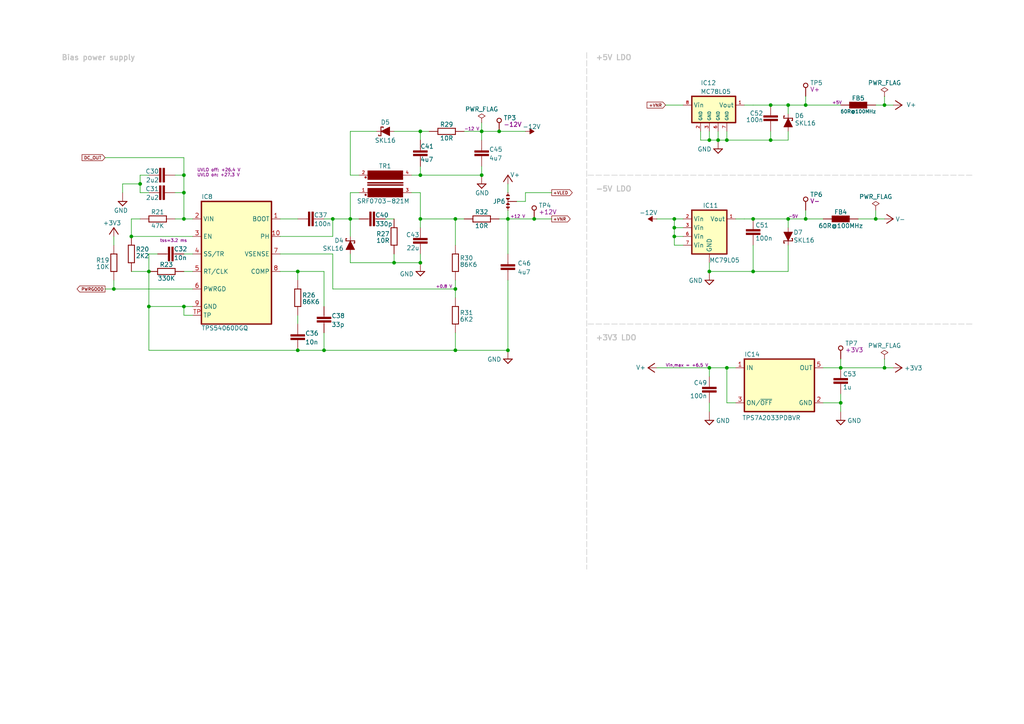
<source format=kicad_sch>
(kicad_sch (version 20250114) (generator "eeschema") (generator_version "9.0")
  (paper "A4")
  (title_block (title "${project_name}") (date "2025-11-22") (rev "${project_version}") (company "${project_creator}") (comment 1 "${project_license}") (comment 2 "${project_info}") (comment 3 "${project_url}"))
  (lib_symbols
    (symbol "PCM_EEZ_ICs:LM78LXX-SOIC8"
      (property "Reference" "IC" (at -5.08 3.175 0))
      (symbol "LM78LXX-SOIC8_1_0"
        (pin input line (at -10.16 0 0) (length 2.54) (name "Vin") (number "8"))
        (pin passive line (at -5.08 -7.62 90) (length 2.54) (name "GND") (number "2"))
        (pin passive line (at -2.54 -7.62 90) (length 2.54) (name "GND") (number "3"))
        (pin passive line (at 0 -7.62 90) (length 2.54) (name "GND") (number "6"))
        (pin passive line (at 2.54 -7.62 90) (length 2.54) (name "GND") (number "7"))
        (pin passive line (at 7.62 0 180) (length 2.54) (name "Vout") (number "1"))
        (pin no_connect line (at 7.62 -2.54 180) (length 2.54) (hide yes) (name "NC") (number "4"))
        (pin no_connect line (at 7.62 -5.08 180) (length 2.54) (hide yes) (name "NC") (number "5"))
      )
      (symbol "LM78LXX-SOIC8_1_1"
        (rectangle (start -7.62 2.54) (end 5.08 -5.08) (stroke (width 0.4064)) (fill (type background)))
      )
    )
    (symbol "PCM_EEZ_ICs:LM79LXX-SOIC8"
      (property "Reference" "IC" (at -5.08 3.175 0))
      (symbol "LM79LXX-SOIC8_1_0"
        (pin input line (at -7.62 0 0) (length 2.54) (name "Vin") (number "2"))
        (pin input line (at -7.62 -2.54 0) (length 2.54) (name "Vin") (number "3"))
        (pin input line (at -7.62 -5.08 0) (length 2.54) (name "Vin") (number "6"))
        (pin input line (at -7.62 -7.62 0) (length 2.54) (name "Vin") (number "7"))
        (pin passive line (at 0 -12.7 90) (length 2.54) (name "GND") (number "5"))
        (pin passive line (at 7.62 0 180) (length 2.54) (name "Vout") (number "1"))
        (pin no_connect line (at 7.62 -2.54 180) (length 2.54) (hide yes) (name "NC") (number "4"))
        (pin no_connect line (at 7.62 -5.08 180) (length 2.54) (hide yes) (name "NC") (number "8"))
      )
      (symbol "LM79LXX-SOIC8_1_1"
        (rectangle (start -5.08 2.54) (end 5.08 -10.16) (stroke (width 0.4064)) (fill (type background)))
      )
    )
    (symbol "PCM_EEZ_TI:LP5907"
      (property "Reference" "IC" (at -5.461 8.636 0))
      (symbol "LP5907_1_0"
        (rectangle (start -10.16 7.62) (end 10.16 -7.62) (stroke (width 0.4064)) (fill (type background)))
        (pin input line (at -12.7 5.08 0) (length 2.54) (name "IN") (number "1"))
        (pin input line (at -12.7 -5.08 0) (length 2.54) (name "ON/~{OFF}") (number "3"))
        (pin passive line (at 12.7 5.08 180) (length 2.54) (name "OUT") (number "5"))
        (pin no_connect line (at 12.7 2.54 180) (length 2.54) (hide yes) (name "NC") (number "4"))
        (pin passive line (at 12.7 -5.08 180) (length 2.54) (name "GND") (number "2"))
      )
    )
    (symbol "PCM_EEZ_TI:TPS54060DGQ"
      (property "Reference" "IC" (at -10.414 18.034 0))
      (property "Value" "TPS54060DGQ" (at -10.414 -19.812 0))
      (symbol "TPS54060DGQ_1_0"
        (rectangle (start -10.16 17.78) (end 10.16 -17.78) (stroke (width 0.4064)) (fill (type background)))
        (pin power_in line (at -12.7 12.7 0) (length 2.54) (name "VIN") (number "2"))
        (pin input line (at -12.7 7.62 0) (length 2.54) (name "EN") (number "3"))
        (pin input line (at -12.7 2.54 0) (length 2.54) (name "SS/TR") (number "4"))
        (pin input line (at -12.7 -2.54 0) (length 2.54) (name "RT/CLK") (number "5"))
        (pin output line (at -12.7 -7.62 0) (length 2.54) (name "PWRGD") (number "6"))
        (pin passive line (at -12.7 -12.7 0) (length 2.54) (name "GND") (number "9"))
        (pin passive line (at -12.7 -15.24 0) (length 2.54) (name "TP") (number "TP"))
        (pin output line (at 12.7 12.7 180) (length 2.54) (name "BOOT") (number "1"))
        (pin input line (at 12.7 7.62 180) (length 2.54) (name "PH") (number "10"))
        (pin input line (at 12.7 2.54 180) (length 2.54) (name "VSENSE") (number "7"))
        (pin output line (at 12.7 -2.54 180) (length 2.54) (name "COMP") (number "8"))
      )
    )
    (symbol "PCM_EEZ_discretes:DIODE_SCHOTTKY"
      (property "Reference" "D" (at -2.286 1.905 0))
      (symbol "DIODE_SCHOTTKY_1_0"
        (polyline (pts (xy 0.635 -1.016) (xy 0.635 -1.27)) (stroke (width 0.254)))
        (polyline (pts (xy 1.27 1.27) (xy 1.27 0)) (stroke (width 0.254)))
        (polyline (pts (xy 1.27 0) (xy 1.27 -1.27)) (stroke (width 0.254)))
        (polyline (pts (xy 1.27 -1.27) (xy 0.635 -1.27)) (stroke (width 0.254)))
        (polyline (pts (xy 1.905 1.27) (xy 1.27 1.27)) (stroke (width 0.254)))
        (polyline (pts (xy 1.905 1.27) (xy 1.905 1.016)) (stroke (width 0.254)))
        (pin passive line (at -2.54 0 0) (length 2.54) (name "A") (number "A"))
        (pin passive line (at 2.54 0 180) (length 2.54) (name "C") (number "C"))
      )
      (symbol "DIODE_SCHOTTKY_1_1"
        (polyline (pts (xy 1.27 0) (xy -1.27 -1.27) (xy -1.27 1.27) (xy 1.27 0)) (fill (type outline)))
      )
    )
    (symbol "PCM_EEZ_passives:C-EU"
      (property "Reference" "C" (at 1.27 0.635 0))
      (symbol "C-EU_1_0"
        (rectangle (start -2.032 -0.508) (end 2.032 -1.016) (fill (type outline)))
        (rectangle (start -2.032 -2.032) (end 2.032 -1.524) (fill (type outline)))
        (polyline (pts (xy 0 0) (xy 0 -0.508)) (stroke (width 0.1524)))
        (polyline (pts (xy 0 -2.54) (xy 0 -2.032)) (stroke (width 0.1524)))
        (pin passive line (at 0 2.54 270) (length 2.54) (name "1") (number "1"))
        (pin passive line (at 0 -5.08 90) (length 2.54) (name "2") (number "2"))
      )
    )
    (symbol "PCM_EEZ_passives:L_EU"
      (property "Reference" "L" (at 0 1.27 0))
      (property "Value" "~" (at 0 -1.27 0))
      (symbol "L_EU_1_0"
        (rectangle (start -2.54 0.889) (end 2.54 -0.889) (fill (type outline)))
        (pin passive line (at -5.08 0 0) (length 2.54) (name "1") (number "1"))
        (pin passive line (at 5.08 0 180) (length 2.54) (name "2") (number "2"))
      )
    )
    (symbol "PCM_EEZ_passives:L_EU_SRF0703"
      (property "Reference" "L" (at 2.54 1.6891 0))
      (symbol "L_EU_SRF0703_1_0"
        (rectangle (start 2.54 -1.27) (end 12.7 1.27) (fill (type outline)))
        (polyline (pts (xy 2.54 -2.2225) (xy 12.7 -2.2225)) (stroke (width 0.4064)))
        (polyline (pts (xy 12.7 -2.8575) (xy 2.54 -2.8575)) (stroke (width 0.4064)))
        (rectangle (start 12.7 -3.81) (end 2.54 -6.35) (fill (type outline)))
        (pin passive line (at 0 0 0) (length 2.54) (name "1") (number "1"))
        (pin passive line (at 0 -5.08 0) (length 2.54) (name "2") (number "2"))
        (pin passive line (at 15.24 0 180) (length 2.54) (name "3") (number "3"))
        (pin passive line (at 15.24 -5.08 180) (length 2.54) (name "4") (number "4"))
      )
      (symbol "L_EU_SRF0703_1_1"
        (circle (center 1.905 0.635) (radius 0.2342) (fill (type outline)))
        (circle (center 1.905 -4.445) (radius 0.2342) (fill (type outline)))
      )
    )
    (symbol "PCM_EEZ_passives:R-EU"
      (property "Reference" "R" (at -1.905 -1.905 90))
      (symbol "R-EU_1_0"
        (polyline (pts (xy -0.889 2.54) (xy -0.889 -2.54)) (stroke (width 0.254)))
        (polyline (pts (xy 0.889 2.54) (xy -0.889 2.54)) (stroke (width 0.254)))
        (polyline (pts (xy 0.889 -2.54) (xy -0.889 -2.54)) (stroke (width 0.254)))
        (polyline (pts (xy 0.889 -2.54) (xy 0.889 2.54)) (stroke (width 0.254)))
        (pin passive line (at 0 5.08 270) (length 2.54) (name "2") (number "2"))
        (pin passive line (at 0 -5.08 90) (length 2.54) (name "1") (number "1"))
      )
    )
    (symbol "PCM_EEZ_symbols:+3V3" (power)
      (property "Value" "+3V3" (at 0 0.635 0))
      (symbol "+3V3_1_0"
        (polyline (pts (xy 0 0) (xy -1.27 -1.905)) (stroke (width 0.254)))
        (polyline (pts (xy 1.27 -1.905) (xy 0 0)) (stroke (width 0.254)))
        (pin power_in line (at 0 -2.54 90) (length 2.54) (name "+3V3") (number "1"))
      )
    )
    (symbol "PCM_EEZ_symbols:GND" (power)
      (property "Value" "GND" (at 0 -1.905 0))
      (symbol "GND_1_0"
        (polyline (pts (xy -1.27 0) (xy 1.27 0)) (stroke (width 0.254)))
        (polyline (pts (xy 0 -1.27) (xy -1.27 0)) (stroke (width 0.254)))
        (polyline (pts (xy 1.27 0) (xy 0 -1.27)) (stroke (width 0.254)))
        (pin power_in line (at 0 2.54 270) (length 2.54) (name "GND") (number "1"))
      )
    )
    (symbol "PCM_EEZ_symbols:V+" (power)
      (property "Value" "V+" (at -1.27 1.27 0))
      (symbol "V+_1_0"
        (polyline (pts (xy 0 0) (xy -1.27 -1.905)) (stroke (width 0.254)))
        (polyline (pts (xy 1.27 -1.905) (xy 0 0)) (stroke (width 0.254)))
        (pin power_in line (at 0 -2.54 90) (length 2.54) (name "V+") (number "1"))
      )
    )
    (symbol "PCM_EEZ_symbols:V-" (power)
      (property "Value" "V-" (at -1.27 -2.54 0))
      (symbol "V-_1_0"
        (polyline (pts (xy -1.27 1.905) (xy 0 0)) (stroke (width 0.254)))
        (polyline (pts (xy 0 0) (xy 1.27 1.905)) (stroke (width 0.254)))
        (pin power_in line (at 0 2.54 270) (length 2.54) (name "V-") (number "1"))
      )
    )
    (symbol "PCM_EEZ_unsorted:JP3 shorted" (in_bom no)
      (property "Reference" "JP" (at -3.81 3.175 0))
      (symbol "JP3 shorted_1_0"
        (polyline (pts (xy 0 2.54) (xy 0 1.778)) (stroke (width 0.1524)))
        (arc (start -0.508 1.524) (mid 0 2.0298) (end 0.508 1.524) (stroke (width 0.0001)) (fill (type outline)))
        (arc (start 0 0.508) (mid -0.3592 0.6568) (end -0.508 1.016) (stroke (width 0.0001)) (fill (type outline)))
        (arc (start 0.508 1.016) (mid 0.3592 0.6568) (end 0 0.508) (stroke (width 0.0001)) (fill (type outline)))
        (arc (start -0.508 -1.016) (mid 0 -0.5102) (end 0.508 -1.016) (stroke (width 0.0001)) (fill (type outline)))
        (arc (start 0 -2.032) (mid -0.3592 -1.8832) (end -0.508 -1.524) (stroke (width 0.0001)) (fill (type outline)))
        (arc (start 0.508 -1.524) (mid 0.3592 -1.8832) (end 0 -2.032) (stroke (width 0.0001)) (fill (type outline)))
        (polyline (pts (xy 0 -1.778) (xy 0 0.762)) (stroke (width 0.1524)))
        (polyline (pts (xy 0 -2.54) (xy 0 -1.778)) (stroke (width 0.1524)))
        (pin passive line (at 0 2.54 180) (length 0) (name "NO") (number "NO"))
        (pin passive line (at 0 -2.54 180) (length 0) (name "NC") (number "NC"))
        (pin passive line (at 2.54 0 180) (length 2.54) (name "COM") (number "COM"))
      )
    )
    (symbol "PCM_EEZ_unsorted:PCB test point" (in_bom no)
      (property "Reference" "TP" (at 0 1.016 0))
      (symbol "PCB test point_1_0"
        (polyline (pts (xy 0 0) (xy -2.54 0)) (stroke (width 0.254)))
        (circle (center 0.635 0) (radius 0.635) (stroke (width 0.254)))
        (pin passive line (at -2.54 0 0) (length 0) (name "P$1") (number "1"))
      )
    )
    (symbol "R-EU_3"
      (property "Reference" "R" (at -1.905 -1.905 90))
      (symbol "R-EU_3_1_0"
        (polyline (pts (xy -0.889 2.54) (xy -0.889 -2.54)) (stroke (width 0.254)))
        (polyline (pts (xy 0.889 2.54) (xy -0.889 2.54)) (stroke (width 0.254)))
        (polyline (pts (xy 0.889 -2.54) (xy -0.889 -2.54)) (stroke (width 0.254)))
        (polyline (pts (xy 0.889 -2.54) (xy 0.889 2.54)) (stroke (width 0.254)))
        (pin passive line (at 0 5.08 270) (length 2.54) (name "2") (number "2"))
        (pin passive line (at 0 -5.08 90) (length 2.54) (name "1") (number "1"))
      )
    )
    (symbol "R-EU_6"
      (property "Reference" "R" (at -1.905 -1.905 90))
      (symbol "R-EU_6_1_0"
        (polyline (pts (xy -0.889 2.54) (xy -0.889 -2.54)) (stroke (width 0.254)))
        (polyline (pts (xy 0.889 2.54) (xy -0.889 2.54)) (stroke (width 0.254)))
        (polyline (pts (xy 0.889 -2.54) (xy -0.889 -2.54)) (stroke (width 0.254)))
        (polyline (pts (xy 0.889 -2.54) (xy 0.889 2.54)) (stroke (width 0.254)))
        (pin passive line (at 0 5.08 270) (length 2.54) (name "2") (number "2"))
        (pin passive line (at 0 -5.08 90) (length 2.54) (name "1") (number "1"))
      )
    )
    (symbol "R-EU_9"
      (property "Reference" "R" (at -1.905 -1.905 90))
      (symbol "R-EU_9_1_0"
        (polyline (pts (xy -0.889 2.54) (xy -0.889 -2.54)) (stroke (width 0.254)))
        (polyline (pts (xy 0.889 2.54) (xy -0.889 2.54)) (stroke (width 0.254)))
        (polyline (pts (xy 0.889 -2.54) (xy -0.889 -2.54)) (stroke (width 0.254)))
        (polyline (pts (xy 0.889 -2.54) (xy 0.889 2.54)) (stroke (width 0.254)))
        (pin passive line (at 0 5.08 270) (length 2.54) (name "2") (number "2"))
        (pin passive line (at 0 -5.08 90) (length 2.54) (name "1") (number "1"))
      )
    )
    (symbol "power:-12V" (power) (pin_numbers (hide yes)) (pin_names (offset 0) (hide yes))
      (property "Value" "-12V" (at 0 3.556 0))
      (symbol "-12V_0_0"
        (pin power_in line (at 0 0 90) (length 0) (name "~") (number "1"))
      )
      (symbol "-12V_0_1"
        (polyline (pts (xy 0 0) (xy 0 1.27) (xy 0.762 1.27) (xy 0 2.54) (xy -0.762 1.27) (xy 0 1.27)) (fill (type outline)))
      )
    )
    (symbol "power:PWR_FLAG" (power) (pin_numbers (hide yes)) (pin_names (offset 0) (hide yes))
      (property "Value" "PWR_FLAG" (at 0 3.81 0))
      (symbol "PWR_FLAG_0_0"
        (pin power_out line (at 0 0 90) (length 0) (name "~") (number "1"))
      )
      (symbol "PWR_FLAG_0_1"
        (polyline (pts (xy 0 0) (xy 0 1.27) (xy -1.016 1.905) (xy 0 2.54) (xy 1.016 1.905) (xy 0 1.27)))
      )
    )
  )
  (text "+5V" (at 241.3 30.48 0) (effects (font (size 0.889 0.889)) (justify left bottom)))
  (text "UVLO off: +26.4 V\nUVLO on: +27.3 V" (at 57.15 51.435 0) (effects (font (size 0.889 0.889)) (justify left bottom)))
  (text "Vin,max = +6.5 V" (at 193.04 106.68 0) (effects (font (size 0.889 0.889)) (justify left bottom)))
  (text "+5V LDO" (at 172.72 17.78 0) (effects (font (size 1.524 1.524) (thickness 0.3048) (bold yes)) (justify left bottom)))
  (text "Bias power supply" (at 17.78 17.78 0) (effects (font (size 1.524 1.524) (thickness 0.3048) (bold yes)) (justify left bottom)))
  (text "-5V LDO" (at 172.72 55.88 0) (effects (font (size 1.524 1.524) (thickness 0.3048) (bold yes)) (justify left bottom)))
  (text "+0.8 V" (at 126.365 83.82 0) (effects (font (size 0.889 0.889)) (justify left bottom)))
  (text "+3V3 LDO" (at 172.72 99.06 0) (effects (font (size 1.524 1.524) (thickness 0.3048) (bold yes)) (justify left bottom)))
  (text "-5V" (at 228.6 63.5 0) (effects (font (size 0.889 0.889)) (justify left bottom)))
  (text "-12 V" (at 134.62 38.1 0) (effects (font (size 0.889 0.889)) (justify left bottom)))
  (text "tss=3.2 ms" (at 46.355 70.485 0) (effects (font (size 0.889 0.889)) (justify left bottom)))
  (text "+12 V" (at 147.955 63.5 0) (effects (font (size 0.889 0.889)) (justify left bottom)))
  (junction (at 53.34 50.8))
  (junction (at 53.34 88.9))
  (junction (at 205.74 40.64))
  (junction (at 40.64 53.34))
  (junction (at 139.7 50.8))
  (junction (at 121.92 38.1))
  (junction (at 96.52 63.5))
  (junction (at 86.36 101.6))
  (junction (at 43.18 88.9))
  (junction (at 228.6 63.5))
  (junction (at 223.52 40.64))
  (junction (at 132.08 63.5))
  (junction (at 218.44 78.74))
  (junction (at 195.58 66.04))
  (junction (at 205.74 106.68))
  (junction (at 114.3 76.2))
  (junction (at 243.84 106.68))
  (junction (at 33.02 83.82))
  (junction (at 228.6 30.48))
  (junction (at 233.68 30.48))
  (junction (at 223.52 30.48))
  (junction (at 121.92 76.2))
  (junction (at 121.92 50.8))
  (junction (at 208.28 40.64))
  (junction (at 38.1 68.58))
  (junction (at 147.32 63.5))
  (junction (at 254 63.5))
  (junction (at 154.94 63.5))
  (junction (at 144.78 38.1))
  (junction (at 121.92 63.5))
  (junction (at 218.44 63.5))
  (junction (at 147.32 101.6))
  (junction (at 101.6 63.5))
  (junction (at 210.82 40.64))
  (junction (at 132.08 83.82))
  (junction (at 53.34 63.5))
  (junction (at 139.7 38.1))
  (junction (at 233.68 63.5))
  (junction (at 205.74 78.74))
  (junction (at 210.82 106.68))
  (junction (at 132.08 101.6))
  (junction (at 256.54 106.68))
  (junction (at 195.58 68.58))
  (junction (at 256.54 30.48))
  (junction (at 86.36 78.74))
  (junction (at 243.84 116.84))
  (junction (at 53.34 55.88))
  (junction (at 43.18 78.74))
  (junction (at 195.58 63.5))
  (junction (at 93.98 101.6))
  (wire (pts (xy 228.6 78.74) (xy 228.6 71.12)) (stroke (width 0.1524)))
  (wire (pts (xy 53.34 63.5) (xy 55.88 63.5)) (stroke (width 0.1524)))
  (wire (pts (xy 33.02 81.28) (xy 33.02 83.82)) (stroke (width 0.1524)))
  (wire (pts (xy 40.64 53.34) (xy 40.64 55.88)) (stroke (width 0.1524)))
  (wire (pts (xy 139.7 38.1) (xy 144.78 38.1)) (stroke (width 0.1524)))
  (wire (pts (xy 254 30.48) (xy 256.54 30.48)) (stroke (width 0.1524)))
  (wire (pts (xy 132.08 83.82) (xy 132.08 81.28)) (stroke (width 0.1524)))
  (wire (pts (xy 228.6 30.48) (xy 228.6 33.02)) (stroke (width 0.1524)))
  (wire (pts (xy 35.56 53.34) (xy 35.56 55.88)) (stroke (width 0.1524)))
  (wire (pts (xy 254 63.5) (xy 256.54 63.5)) (stroke (width 0.1524)))
  (wire (pts (xy 205.74 38.1) (xy 205.74 40.64)))
  (wire (pts (xy 53.34 73.66) (xy 55.88 73.66)) (stroke (width 0.1524)))
  (wire (pts (xy 147.32 63.5) (xy 147.32 73.66)) (stroke (width 0.1524)))
  (wire (pts (xy 248.92 63.5) (xy 254 63.5)) (stroke (width 0.1524)))
  (wire (pts (xy 114.3 76.2) (xy 101.6 76.2)) (stroke (width 0.1524)))
  (wire (pts (xy 33.02 83.82) (xy 55.88 83.82)))
  (wire (pts (xy 55.88 91.44) (xy 53.34 91.44)) (stroke (width 0.1524)))
  (wire (pts (xy 223.52 40.64) (xy 223.52 38.1)) (stroke (width 0.1524)))
  (wire (pts (xy 190.5 106.68) (xy 205.74 106.68)))
  (wire (pts (xy 53.34 50.8) (xy 53.34 55.88)) (stroke (width 0.1524)))
  (wire (pts (xy 205.74 106.68) (xy 205.74 109.22)))
  (wire (pts (xy 198.12 66.04) (xy 195.58 66.04)))
  (wire (pts (xy 121.92 76.2) (xy 114.3 76.2)) (stroke (width 0.1524)))
  (wire (pts (xy 53.34 78.74) (xy 55.88 78.74)) (stroke (width 0.1524)))
  (wire (pts (xy 114.3 73.66) (xy 114.3 76.2)) (stroke (width 0.1524)))
  (wire (pts (xy 114.3 63.5) (xy 111.76 63.5)) (stroke (width 0.1524)))
  (wire (pts (xy 218.44 78.74) (xy 228.6 78.74)) (stroke (width 0.1524)))
  (polyline (pts (xy 281.94 93.98) (xy 170.18 93.98)) (stroke (width 0.1524) (type dash) (color 194 194 194 1)))
  (wire (pts (xy 43.18 78.74) (xy 43.18 73.66)) (stroke (width 0.1524)))
  (wire (pts (xy 205.74 78.74) (xy 205.74 76.2)) (stroke (width 0.1524)))
  (wire (pts (xy 256.54 106.68) (xy 259.08 106.68)))
  (wire (pts (xy 43.18 101.6) (xy 43.18 88.9)) (stroke (width 0.1524)))
  (wire (pts (xy 233.68 63.5) (xy 228.6 63.5)) (stroke (width 0.1524)))
  (wire (pts (xy 50.8 63.5) (xy 53.34 63.5)) (stroke (width 0.1524)))
  (wire (pts (xy 228.6 30.48) (xy 233.68 30.48)) (stroke (width 0.1524)))
  (wire (pts (xy 139.7 38.1) (xy 134.62 38.1)) (stroke (width 0.1524)))
  (wire (pts (xy 228.6 63.5) (xy 218.44 63.5)) (stroke (width 0.1524)))
  (wire (pts (xy 45.72 73.66) (xy 43.18 73.66)) (stroke (width 0.1524)))
  (wire (pts (xy 233.68 63.5) (xy 233.68 60.96)) (stroke (width 0.1524)))
  (wire (pts (xy 198.12 68.58) (xy 195.58 68.58)))
  (wire (pts (xy 86.36 63.5) (xy 81.28 63.5)) (stroke (width 0.1524)))
  (wire (pts (xy 33.02 71.12) (xy 33.02 68.58)) (stroke (width 0.1524)))
  (wire (pts (xy 53.34 55.88) (xy 53.34 63.5)) (stroke (width 0.1524)))
  (wire (pts (xy 154.94 63.5) (xy 147.32 63.5)) (stroke (width 0.1524)))
  (wire (pts (xy 147.32 60.96) (xy 147.32 63.5)))
  (wire (pts (xy 233.68 27.94) (xy 233.68 30.48)) (stroke (width 0.1524)))
  (wire (pts (xy 119.38 55.88) (xy 121.92 55.88)) (stroke (width 0.1524)))
  (wire (pts (xy 81.28 68.58) (xy 96.52 68.58)) (stroke (width 0.1524)))
  (wire (pts (xy 193.04 30.48) (xy 198.12 30.48)))
  (wire (pts (xy 243.84 116.84) (xy 243.84 119.38)))
  (wire (pts (xy 93.98 96.52) (xy 93.98 101.6)) (stroke (width 0.1524)))
  (wire (pts (xy 86.36 93.98) (xy 86.36 91.44)) (stroke (width 0.1524)))
  (wire (pts (xy 218.44 30.48) (xy 223.52 30.48)) (stroke (width 0.1524)))
  (wire (pts (xy 114.3 38.1) (xy 121.92 38.1)) (stroke (width 0.1524)))
  (wire (pts (xy 205.74 106.68) (xy 210.82 106.68)))
  (wire (pts (xy 132.08 71.12) (xy 132.08 63.5)) (stroke (width 0.1524)))
  (wire (pts (xy 132.08 101.6) (xy 132.08 96.52)) (stroke (width 0.1524)))
  (wire (pts (xy 205.74 116.84) (xy 205.74 119.38)))
  (wire (pts (xy 30.48 83.82) (xy 33.02 83.82)) (stroke (width 0.1524)))
  (wire (pts (xy 218.44 63.5) (xy 215.9 63.5)) (stroke (width 0.1524)))
  (wire (pts (xy 233.68 30.48) (xy 243.84 30.48)) (stroke (width 0.1524)))
  (wire (pts (xy 152.4 58.42) (xy 149.86 58.42)))
  (wire (pts (xy 86.36 81.28) (xy 86.36 78.74)) (stroke (width 0.1524)))
  (wire (pts (xy 205.74 78.74) (xy 218.44 78.74)) (stroke (width 0.1524)))
  (wire (pts (xy 198.12 71.12) (xy 195.58 71.12)))
  (wire (pts (xy 86.36 101.6) (xy 43.18 101.6)) (stroke (width 0.1524)))
  (wire (pts (xy 53.34 88.9) (xy 43.18 88.9)) (stroke (width 0.1524)))
  (wire (pts (xy 223.52 30.48) (xy 228.6 30.48)) (stroke (width 0.1524)))
  (wire (pts (xy 101.6 38.1) (xy 109.22 38.1)) (stroke (width 0.1524)))
  (wire (pts (xy 96.52 63.5) (xy 93.98 63.5)) (stroke (width 0.1524)))
  (wire (pts (xy 55.88 68.58) (xy 38.1 68.58)) (stroke (width 0.1524)))
  (polyline (pts (xy 170.18 15.24) (xy 170.18 165.1)) (stroke (width 0.1524) (type dash) (color 194 194 194 1)))
  (wire (pts (xy 93.98 101.6) (xy 86.36 101.6)) (stroke (width 0.1524)))
  (wire (pts (xy 81.28 73.66) (xy 96.52 73.66)) (stroke (width 0.1524)))
  (wire (pts (xy 93.98 78.74) (xy 93.98 88.9)) (stroke (width 0.1524)))
  (wire (pts (xy 121.92 38.1) (xy 124.46 38.1)) (stroke (width 0.1524)))
  (wire (pts (xy 139.7 35.56) (xy 139.7 38.1)))
  (wire (pts (xy 203.2 40.64) (xy 205.74 40.64)))
  (wire (pts (xy 152.4 38.1) (xy 144.78 38.1)) (stroke (width 0.1524)))
  (wire (pts (xy 147.32 101.6) (xy 147.32 81.28)) (stroke (width 0.1524)))
  (wire (pts (xy 40.64 53.34) (xy 35.56 53.34)) (stroke (width 0.1524)))
  (wire (pts (xy 101.6 68.58) (xy 101.6 63.5)) (stroke (width 0.1524)))
  (wire (pts (xy 38.1 78.74) (xy 43.18 78.74)) (stroke (width 0.1524)))
  (wire (pts (xy 254 60.96) (xy 254 63.5)))
  (wire (pts (xy 121.92 50.8) (xy 121.92 48.26)) (stroke (width 0.1524)))
  (wire (pts (xy 53.34 45.72) (xy 30.48 45.72)) (stroke (width 0.1524)))
  (wire (pts (xy 96.52 73.66) (xy 96.52 83.82)) (stroke (width 0.1524)))
  (wire (pts (xy 50.8 50.8) (xy 53.34 50.8)) (stroke (width 0.1524)))
  (wire (pts (xy 205.74 40.64) (xy 208.28 40.64)))
  (wire (pts (xy 223.52 40.64) (xy 210.82 40.64)) (stroke (width 0.1524)))
  (wire (pts (xy 38.1 68.58) (xy 38.1 63.5)) (stroke (width 0.1524)))
  (polyline (pts (xy 281.94 50.8) (xy 170.18 50.8)) (stroke (width 0.1524) (type dash) (color 194 194 194 1)))
  (wire (pts (xy 121.92 63.5) (xy 121.92 55.88)) (stroke (width 0.1524)))
  (wire (pts (xy 147.32 53.34) (xy 147.32 55.88)))
  (wire (pts (xy 144.78 63.5) (xy 147.32 63.5)) (stroke (width 0.1524)))
  (wire (pts (xy 256.54 30.48) (xy 259.08 30.48)) (stroke (width 0.1524)))
  (wire (pts (xy 132.08 83.82) (xy 132.08 86.36)) (stroke (width 0.1524)))
  (wire (pts (xy 81.28 78.74) (xy 86.36 78.74)) (stroke (width 0.1524)))
  (wire (pts (xy 256.54 104.14) (xy 256.54 106.68)))
  (wire (pts (xy 101.6 63.5) (xy 101.6 55.88)) (stroke (width 0.1524)))
  (wire (pts (xy 238.76 106.68) (xy 243.84 106.68)))
  (wire (pts (xy 243.84 104.14) (xy 243.84 106.68)))
  (wire (pts (xy 210.82 116.84) (xy 213.36 116.84)))
  (wire (pts (xy 190.5 63.5) (xy 195.58 63.5)) (stroke (width 0.1524)))
  (wire (pts (xy 50.8 55.88) (xy 53.34 55.88)) (stroke (width 0.1524)))
  (wire (pts (xy 160.02 63.5) (xy 154.94 63.5)) (stroke (width 0.1524)))
  (wire (pts (xy 104.14 50.8) (xy 101.6 50.8)) (stroke (width 0.1524)))
  (wire (pts (xy 101.6 63.5) (xy 104.14 63.5)) (stroke (width 0.1524)))
  (wire (pts (xy 195.58 66.04) (xy 195.58 68.58)))
  (wire (pts (xy 53.34 88.9) (xy 53.34 91.44)) (stroke (width 0.1524)))
  (wire (pts (xy 53.34 50.8) (xy 53.34 45.72)) (stroke (width 0.1524)))
  (wire (pts (xy 101.6 55.88) (xy 104.14 55.88)) (stroke (width 0.1524)))
  (wire (pts (xy 228.6 38.1) (xy 228.6 40.64)) (stroke (width 0.1524)))
  (wire (pts (xy 243.84 106.68) (xy 256.54 106.68)))
  (wire (pts (xy 38.1 63.5) (xy 40.64 63.5)) (stroke (width 0.1524)))
  (wire (pts (xy 210.82 106.68) (xy 213.36 106.68)))
  (wire (pts (xy 40.64 50.8) (xy 40.64 53.34)) (stroke (width 0.1524)))
  (wire (pts (xy 43.18 88.9) (xy 43.18 78.74)) (stroke (width 0.1524)))
  (wire (pts (xy 55.88 88.9) (xy 53.34 88.9)) (stroke (width 0.1524)))
  (wire (pts (xy 218.44 71.12) (xy 218.44 78.74)) (stroke (width 0.1524)))
  (wire (pts (xy 210.82 40.64) (xy 208.28 40.64)) (stroke (width 0.1524)))
  (wire (pts (xy 93.98 101.6) (xy 132.08 101.6)) (stroke (width 0.1524)))
  (wire (pts (xy 256.54 27.94) (xy 256.54 30.48)))
  (wire (pts (xy 210.82 38.1) (xy 210.82 40.64)))
  (wire (pts (xy 101.6 50.8) (xy 101.6 38.1)) (stroke (width 0.1524)))
  (wire (pts (xy 139.7 50.8) (xy 139.7 48.26)) (stroke (width 0.1524)))
  (wire (pts (xy 195.58 63.5) (xy 195.58 66.04)))
  (wire (pts (xy 121.92 73.66) (xy 121.92 76.2)) (stroke (width 0.1524)))
  (wire (pts (xy 132.08 63.5) (xy 134.62 63.5)) (stroke (width 0.1524)))
  (wire (pts (xy 243.84 114.3) (xy 243.84 116.84)))
  (wire (pts (xy 228.6 40.64) (xy 223.52 40.64)) (stroke (width 0.1524)))
  (wire (pts (xy 121.92 40.64) (xy 121.92 38.1)) (stroke (width 0.1524)))
  (wire (pts (xy 213.36 63.5) (xy 215.9 63.5)))
  (wire (pts (xy 210.82 106.68) (xy 210.82 116.84)))
  (wire (pts (xy 195.58 71.12) (xy 195.58 68.58)))
  (wire (pts (xy 152.4 55.88) (xy 152.4 58.42)))
  (wire (pts (xy 132.08 101.6) (xy 147.32 101.6)) (stroke (width 0.1524)))
  (wire (pts (xy 238.76 116.84) (xy 243.84 116.84)))
  (wire (pts (xy 208.28 40.64) (xy 208.28 38.1)) (stroke (width 0.1524)))
  (wire (pts (xy 195.58 63.5) (xy 198.12 63.5)) (stroke (width 0.1524)))
  (wire (pts (xy 121.92 63.5) (xy 121.92 66.04)) (stroke (width 0.1524)))
  (wire (pts (xy 96.52 68.58) (xy 96.52 63.5)) (stroke (width 0.1524)))
  (wire (pts (xy 152.4 55.88) (xy 160.02 55.88)))
  (wire (pts (xy 119.38 50.8) (xy 121.92 50.8)) (stroke (width 0.1524)))
  (wire (pts (xy 43.18 50.8) (xy 40.64 50.8)) (stroke (width 0.1524)))
  (wire (pts (xy 228.6 66.04) (xy 228.6 63.5)) (stroke (width 0.1524)))
  (wire (pts (xy 215.9 30.48) (xy 218.44 30.48)))
  (wire (pts (xy 96.52 83.82) (xy 132.08 83.82)) (stroke (width 0.1524)))
  (wire (pts (xy 96.52 63.5) (xy 101.6 63.5)) (stroke (width 0.1524)))
  (wire (pts (xy 121.92 50.8) (xy 139.7 50.8)) (stroke (width 0.1524)))
  (wire (pts (xy 86.36 78.74) (xy 93.98 78.74)) (stroke (width 0.1524)))
  (wire (pts (xy 203.2 38.1) (xy 203.2 40.64)))
  (wire (pts (xy 132.08 63.5) (xy 121.92 63.5)) (stroke (width 0.1524)))
  (wire (pts (xy 101.6 76.2) (xy 101.6 73.66)) (stroke (width 0.1524)))
  (wire (pts (xy 40.64 55.88) (xy 43.18 55.88)) (stroke (width 0.1524)))
  (wire (pts (xy 139.7 40.64) (xy 139.7 38.1)) (stroke (width 0.1524)))
  (wire (pts (xy 238.76 63.5) (xy 233.68 63.5)) (stroke (width 0.1524)))
  (global_label "+VLED" (shape output) (at 160.02 55.88 0) (effects (font (size 0.889 0.889))) (property "Intersheetrefs" "${INTERSHEET_REFS}" (effects (hide yes))))
  (global_label "PWRGOOD" (shape output) (at 30.48 83.82 180) (effects (font (size 0.889 0.889))) (property "Intersheetrefs" "${INTERSHEET_REFS}" (effects (hide yes))))
  (global_label "+VNR" (shape output) (at 160.02 63.5 0) (effects (font (size 0.889 0.889))) (property "Intersheetrefs" "${INTERSHEET_REFS}" (effects (hide yes))))
  (global_label "+VNR" (shape input) (at 193.04 30.48 180) (effects (font (size 0.889 0.889))) (property "Intersheetrefs" "${INTERSHEET_REFS}" (effects (hide yes))))
  (global_label "DC_OUT" (shape input) (at 30.48 45.72 180) (effects (font (size 0.889 0.889))) (property "Intersheetrefs" "${INTERSHEET_REFS}" (effects (hide yes))))
  (symbol (lib_id "PCM_EEZ_symbols:GND") (at 139.7 53.34 0) (mirror y) (unit 1)
    (property "Reference" "#SUPPLY020" (effects (hide yes)))
    (property "Value" "GND" (at 137.795 55.245 0) (effects (justify right top)))
  )
  (symbol (lib_id "PCM_EEZ_passives:C-EU") (at 50.8 73.66 270) (mirror x) (unit 1)
    (property "Reference" "C32" (at 50.419 71.501 90) (effects (justify left bottom)))
    (property "Value" "10n" (at 50.419 74.041 90) (effects (justify left bottom)))
    (property "Footprint" "PCM_EEZ_passives:C_0805_2012Metric" (effects (hide yes)))
    (property "DigiKey" "490-7194-1-ND " (effects (hide yes)))
    (property "Mouser" "710-885012207122" (effects (hide yes)))
    (property "TME" "CC0805KRX7R9103" (effects (hide yes)))
  )
  (symbol (lib_id "PCM_EEZ_passives:C-EU") (at 243.84 111.76 0) (mirror x) (unit 1)
    (property "Reference" "C53" (at 244.475 109.22 0) (effects (justify left top)))
    (property "Value" "1u" (at 244.475 113.03 0) (effects (justify left top)))
    (property "Footprint" "PCM_EEZ_passives:C_0805_2012Metric" (effects (hide yes)))
    (property "DigiKey" "587-1283-1-ND" (effects (hide yes)))
    (property "Mouser" "603-CC805MKX7R7BB105" (effects (hide yes)))
    (property "TME" "CL21B105KOFNNNE" (effects (hide yes)))
  )
  (symbol (lib_id "PCM_EEZ_passives:C-EU") (at 106.68 63.5 90) (unit 1)
    (property "Reference" "C40" (at 108.839 63.119 90) (effects (justify right top)))
    (property "Value" "330p" (at 108.839 65.659 90) (effects (justify right top)))
    (property "Footprint" "PCM_EEZ_passives:C_0805_2012Metric" (effects (hide yes)))
    (property "DigiKey" "1276-1189-1-ND " (effects (hide yes)))
    (property "Mouser" "80-C0805C331J5G" (effects (hide yes)))
    (property "TME" "CL21C331JBANNNC" (effects (hide yes)))
  )
  (symbol (lib_id "PCM_EEZ_TI:TPS54060DGQ") (at 68.58 76.2 0) (unit 1)
    (property "Reference" "IC8" (at 58.42 57.785 0) (effects (justify left bottom)))
    (property "Value" "TPS54060DGQ" (at 58.42 95.885 0) (effects (justify left bottom)))
    (property "Footprint" "PCM_EEZ_SMD:SOP50P490X110-11N" (effects (hide yes)))
    (property "Description" "0.5 A, 60 V Step-Down DC–DC Converter With Eco-Mode™" (effects (hide yes)))
    (property "DigiKey" "296-37148-1-ND" (effects (hide yes)))
    (property "Mouser" "TPS54060ADGQR" (effects (hide yes)))
    (property "TME" "-" (effects (hide yes)))
    (property "LCSC" "C12382" (effects (hide yes)))
  )
  (symbol (lib_id "power:PWR_FLAG") (at 139.7 35.56 0) (unit 1)
    (property "Reference" "#FLG08" (effects (hide yes)))
    (property "Value" "PWR_FLAG" (at 139.7 32.385 0) (effects (justify bottom)))
  )
  (symbol (lib_id "PCM_EEZ_symbols:GND") (at 121.92 78.74 0) (unit 1)
    (property "Reference" "#SUPPLY019" (effects (hide yes)))
    (property "Value" "GND" (at 120.015 78.74 0) (effects (justify right top)))
  )
  (symbol (lib_id "PCM_EEZ_discretes:DIODE_SCHOTTKY") (at 101.6 71.12 90) (unit 1)
    (property "Reference" "D4" (at 99.695 70.485 90) (effects (justify left top)))
    (property "Value" "SKL16" (at 99.695 72.771 90) (effects (justify left top)))
    (property "Footprint" "PCM_EEZ_SMD:SOD123" (effects (hide yes)))
    (property "DigiKey" "RB160MM-60CT-ND" (effects (hide yes)))
    (property "Mouser" "755-RB160MM-60TR" (effects (hide yes)))
    (property "TME" "SKL16-DIO" (effects (hide yes)))
  )
  (symbol (lib_id "PCM_EEZ_passives:C-EU") (at 121.92 68.58 0) (mirror y) (unit 1)
    (property "Reference" "C43" (at 121.666 68.834 0) (effects (justify left bottom)))
    (property "Value" "22u" (at 121.666 72.644 0) (effects (justify left bottom)))
    (property "Footprint" "PCM_EEZ_passives:C_1210_3225Metric" (effects (hide yes)))
  )
  (symbol (lib_id "PCM_EEZ_passives:L_EU") (at 243.84 63.5 0) (unit 1)
    (property "Reference" "FB4" (at 243.84 62.23 0) (effects (justify bottom)))
    (property "Value" "60R@100MHz" (at 243.84 64.77 0) (effects (justify top)))
    (property "Footprint" "PCM_EEZ_passives:BEAD0603" (effects (hide yes)))
    (property "DigiKey" "490-7809-1-ND" (effects (hide yes)))
    (property "Mouser" "81-BLM18AG102SH1D" (effects (hide yes)))
    (property "TME" "BLM18AG102SH1D" (effects (hide yes)))
  )
  (symbol (lib_id "PCM_EEZ_passives:R-EU") (at 132.08 76.2 180) (unit 1)
    (property "Reference" "R30" (at 133.35 75.565 0) (effects (justify right top)))
    (property "Value" "86K6" (at 133.35 77.47 0) (effects (justify right top)))
    (property "Footprint" "PCM_EEZ_passives:R_0805_2012Metric" (effects (hide yes)))
    (property "DigiKey" "311-86.6KCRCT-ND " (effects (hide yes)))
    (property "Mouser" "603-RT0805FRE0786K6L " (effects (hide yes)))
    (property "TME" "CRCW080586K6FKTABC" (effects (hide yes)))
  )
  (symbol (lib_id "PCM_EEZ_unsorted:PCB test point") (at 144.78 35.56 270) (mirror x) (unit 1) (in_bom no)
    (property "Reference" "TP3" (at 146.05 34.925 90) (effects (justify left top)))
    (property "Value" "TEST-PIN_0.9MM" (effects (hide yes)))
    (property "Footprint" "PCM_EEZ_THT:Testhole 24_50mils" (effects (hide yes)))
    (property "Label" "-12V" (at 146.05 36.83 90) (effects (justify left top)))
  )
  (symbol (lib_id "PCM_EEZ_symbols:V+") (at 187.96 106.68 90) (mirror x) (unit 1)
    (property "Reference" "#P+03" (effects (hide yes)))
    (property "Value" "V+" (at 187.325 107.315 90) (effects (justify left bottom)))
  )
  (symbol (lib_id "PCM_EEZ_unsorted:PCB test point") (at 233.68 58.42 270) (mirror x) (unit 1) (in_bom no)
    (property "Reference" "TP6" (at 234.95 57.15 90) (effects (justify left top)))
    (property "Value" "TEST-PIN_0.9MM" (effects (hide yes)))
    (property "Footprint" "PCM_EEZ_THT:Testhole 24_50mils" (effects (hide yes)))
    (property "Label" "V-" (at 234.95 59.055 90) (effects (justify left top)))
  )
  (symbol (lib_id "PCM_EEZ_symbols:GND") (at 35.56 58.42 0) (unit 1)
    (property "Reference" "#SUPPLY013" (effects (hide yes)))
    (property "Value" "GND" (at 33.02 60.325 0) (effects (justify left top)))
  )
  (symbol (lib_id "PCM_EEZ_symbols:+3V3") (at 33.02 66.04 0) (unit 1)
    (property "Reference" "#+3V06" (effects (hide yes)))
    (property "Value" "+3V3" (at 29.845 65.405 0) (effects (justify left bottom)))
  )
  (symbol (lib_id "power:PWR_FLAG") (at 256.54 27.94 0) (unit 1)
    (property "Reference" "#FLG010" (effects (hide yes)))
    (property "Value" "PWR_FLAG" (at 256.54 24.765 0) (effects (justify bottom)))
  )
  (symbol (lib_id "PCM_EEZ_passives:C-EU") (at 86.36 99.06 0) (mirror x) (unit 1)
    (property "Reference" "C36" (at 88.519 97.409 0) (effects (justify left top)))
    (property "Value" "10n" (at 88.519 99.949 0) (effects (justify left top)))
    (property "Footprint" "PCM_EEZ_passives:C_0805_2012Metric" (effects (hide yes)))
    (property "DigiKey" "490-7194-1-ND " (effects (hide yes)))
    (property "Mouser" "710-885012207122" (effects (hide yes)))
    (property "TME" "CC0805KRX7R9103" (effects (hide yes)))
  )
  (symbol (lib_id "PCM_EEZ_passives:R-EU") (at 114.3 68.58 180) (unit 1)
    (property "Reference" "R27" (at 113.03 68.58 0) (effects (justify left top)))
    (property "Value" "10R" (at 113.03 70.485 0) (effects (justify left top)))
    (property "Footprint" "PCM_EEZ_passives:R_0805_2012Metric" (effects (hide yes)))
    (property "TME" "SMD0805-10R-1%" (effects (hide yes)))
  )
  (symbol (lib_id "power:-12V") (at 152.4 38.1 270) (mirror x) (unit 1)
    (property "Reference" "#-9V01" (effects (hide yes)))
    (property "Value" "-12V" (at 156.845 37.465 90) (effects (justify right top)))
    (property "Description" "Power symbol creates a global label with name \"-12V\"" (effects (hide yes)))
  )
  (symbol (lib_id "PCM_EEZ_passives:C-EU") (at 121.92 43.18 0) (unit 1)
    (property "Reference" "C41" (at 121.92 43.18 0) (effects (justify left bottom)))
    (property "Value" "4u7" (at 121.92 46.99 0) (effects (justify left bottom)))
    (property "Footprint" "PCM_EEZ_passives:C_1206_3216Metric" (effects (hide yes)))
    (property "DigiKey" "1276-2970-1-ND" (effects (hide yes)))
    (property "Mouser" "963-EMK316B7475ML-T" (effects (hide yes)))
    (property "TME" "GCM31CR71E475KA55L" (effects (hide yes)))
  )
  (symbol (lib_id "PCM_EEZ_passives:R-EU") (at 129.54 38.1 270) (unit 1)
    (property "Reference" "R29" (at 129.54 36.83 90) (effects (justify bottom)))
    (property "Value" "10R" (at 129.54 39.37 90) (effects (justify top)))
    (property "Footprint" "PCM_EEZ_passives:R_0805_2012Metric" (effects (hide yes)))
    (property "TME" "SMD0805-10R-1%" (effects (hide yes)))
  )
  (symbol (lib_id "PCM_EEZ_symbols:V+") (at 147.32 50.8 0) (unit 1)
    (property "Reference" "#P+01" (effects (hide yes)))
    (property "Value" "V+" (at 147.955 51.435 0) (effects (justify left bottom)))
  )
  (symbol (lib_id "PCM_EEZ_symbols:GND") (at 147.32 104.14 0) (unit 1)
    (property "Reference" "#SUPPLY021" (effects (hide yes)))
    (property "Value" "GND" (at 145.415 103.505 0) (effects (justify right top)))
  )
  (symbol (lib_id "PCM_EEZ_ICs:LM79LXX-SOIC8") (at 205.74 63.5 0) (unit 1)
    (property "Reference" "IC11" (at 203.835 60.325 0) (effects (justify left bottom)))
    (property "Value" "MC79L05" (at 205.74 76.2 0) (effects (justify left bottom)))
    (property "Footprint" "PCM_EEZ_SMD:SOIC127P600X173-8N" (effects (hide yes)))
    (property "DigiKey" "MC79L05ABDGOS-ND " (effects (hide yes)))
    (property "Mouser" "863-MC79L05ACDR2G" (effects (hide yes)))
    (property "TME" "MC79L05ACDG" (effects (hide yes)))
    (property "LCSC" "C232661" (effects (hide yes)))
  )
  (symbol (lib_id "PCM_EEZ_unsorted:PCB test point") (at 154.94 60.96 270) (mirror x) (unit 1) (in_bom no)
    (property "Reference" "TP4" (at 156.21 60.325 90) (effects (justify left top)))
    (property "Value" "TEST-PIN_0.9MM" (effects (hide yes)))
    (property "Footprint" "PCM_EEZ_THT:Testhole 24_50mils" (effects (hide yes)))
    (property "Label" "+12V" (at 156.21 62.23 90) (effects (justify left top)))
  )
  (symbol (lib_id "PCM_EEZ_passives:C-EU") (at 147.32 76.2 0) (unit 1)
    (property "Reference" "C46" (at 150.114 77.089 0) (effects (justify left bottom)))
    (property "Value" "4u7" (at 150.114 79.629 0) (effects (justify left bottom)))
    (property "Footprint" "PCM_EEZ_passives:C_1206_3216Metric" (effects (hide yes)))
    (property "DigiKey" "1276-2970-1-ND" (effects (hide yes)))
    (property "Mouser" "963-EMK316B7475ML-T" (effects (hide yes)))
    (property "TME" "GCM31CR71E475KA55L" (effects (hide yes)))
  )
  (symbol (lib_id "PCM_EEZ_unsorted:JP3 shorted") (at 147.32 58.42 0) (unit 1) (in_bom no)
    (property "Reference" "JP6" (at 144.78 58.42 0))
    (property "Footprint" "PCM_EEZ_SMD:JP3 shorted (0603)" (effects (hide yes)))
  )
  (symbol (lib_id "PCM_EEZ_symbols:GND") (at 208.28 43.18 0) (unit 1)
    (property "Reference" "#SUPPLY029" (effects (hide yes)))
    (property "Value" "GND" (at 206.375 42.545 0) (effects (justify right top)))
  )
  (symbol (lib_id "PCM_EEZ_unsorted:PCB test point") (at 243.84 101.6 270) (mirror x) (unit 1) (in_bom no)
    (property "Reference" "TP7" (at 245.11 100.33 90) (effects (justify left top)))
    (property "Value" "TEST-PIN_0.9MM" (effects (hide yes)))
    (property "Footprint" "PCM_EEZ_THT:Testhole 24_50mils" (effects (hide yes)))
    (property "Label" "+3V3" (at 245.11 102.235 90) (effects (justify left top)))
  )
  (symbol (lib_name "R-EU_9") (lib_id "PCM_EEZ_passives:R-EU") (at 38.1 73.66 0) (mirror y) (unit 1)
    (property "Reference" "R20" (at 39.37 73.025 0) (effects (justify right bottom)))
    (property "Value" "2K2" (at 39.37 74.93 0) (effects (justify right bottom)))
    (property "Footprint" "PCM_EEZ_passives:R_0805_2012Metric" (effects (hide yes)))
    (property "DigiKey" "311-2.20KCRCT-ND" (effects (hide yes)))
    (property "Mouser" "603-RC0805FR-072K2L" (effects (hide yes)))
    (property "TME" "0805S8F2201T5E" (effects (hide yes)))
  )
  (symbol (lib_id "PCM_EEZ_passives:C-EU") (at 205.74 114.3 180) (unit 1)
    (property "Reference" "C49" (at 205.105 111.76 0) (effects (justify left top)))
    (property "Value" "100n" (at 205.105 115.57 0) (effects (justify left top)))
    (property "Footprint" "PCM_EEZ_passives:C_0603_1608Metric" (effects (hide yes)))
    (property "DigiKey" "490-4774-1-ND" (effects (hide yes)))
    (property "Mouser" "80-C0603C104M4R" (effects (hide yes)))
    (property "TME" "CL10B104KA8NNNC" (effects (hide yes)))
  )
  (symbol (lib_id "PCM_EEZ_ICs:LM78LXX-SOIC8") (at 208.28 30.48 0) (unit 1)
    (property "Reference" "IC12" (at 203.2 24.765 0) (effects (justify left bottom)))
    (property "Value" "MC78L05" (at 203.2 27.305 0) (effects (justify left bottom)))
    (property "Footprint" "PCM_EEZ_SMD:SOIC127P600X173-8N" (effects (hide yes)))
    (property "DigiKey" "MC78L05ACDR2GOSCT-ND" (effects (hide yes)))
    (property "Mouser" "863-MC78L05ACDR2G" (effects (hide yes)))
    (property "TME" "MC78L05ACDG" (effects (hide yes)))
    (property "LCSC" "C7371" (effects (hide yes)))
  )
  (symbol (lib_id "PCM_EEZ_passives:C-EU") (at 91.44 63.5 270) (mirror x) (unit 1)
    (property "Reference" "C37" (at 91.059 63.119 90) (effects (justify left top)))
    (property "Value" "100n" (at 91.059 65.659 90) (effects (justify left top)))
    (property "Footprint" "PCM_EEZ_passives:C_0603_1608Metric" (effects (hide yes)))
    (property "DigiKey" "490-4774-1-ND" (effects (hide yes)))
    (property "Mouser" "80-C0603C104M4R" (effects (hide yes)))
    (property "TME" "CL10B104KA8NNNC" (effects (hide yes)))
  )
  (symbol (lib_id "power:PWR_FLAG") (at 256.54 104.14 0) (unit 1)
    (property "Reference" "#FLG011" (effects (hide yes)))
    (property "Value" "PWR_FLAG" (at 256.54 100.965 0) (effects (justify bottom)))
  )
  (symbol (lib_id "PCM_EEZ_discretes:DIODE_SCHOTTKY") (at 111.76 38.1 180) (unit 1)
    (property "Reference" "D5" (at 111.76 36.195 0) (effects (justify top)))
    (property "Value" "SKL16" (at 111.76 40.005 0) (effects (justify bottom)))
    (property "Footprint" "PCM_EEZ_SMD:SOD123" (effects (hide yes)))
    (property "DigiKey" "RB160MM-60CT-ND" (effects (hide yes)))
    (property "Mouser" "755-RB160MM-60TR" (effects (hide yes)))
    (property "TME" "SKL16-DIO" (effects (hide yes)))
  )
  (symbol (lib_id "PCM_EEZ_TI:LP5907") (at 226.06 111.76 0) (unit 1)
    (property "Reference" "IC14" (at 215.9 103.505 0) (effects (justify left bottom)))
    (property "Value" "TPS7A2033PDBVR" (at 215.265 121.92 0) (effects (justify left bottom)))
    (property "Footprint" "PCM_EEZ_SMD:SOT23-5L_STM" (effects (hide yes)))
    (property "Description" "300 mA Low noise Low dropout Regulator With Shutdown" (effects (hide yes)))
    (property "DigiKey" "296-TPS7A2033PDBVRCT-ND" (effects (hide yes)))
    (property "Mouser" "595-TPS7A2033PDBVR" (effects (hide yes)))
    (property "TME" "TPS7A2033PDBVR" (effects (hide yes)))
    (property "LCSC" "C2862740" (effects (hide yes)))
  )
  (symbol (lib_id "PCM_EEZ_discretes:DIODE_SCHOTTKY") (at 228.6 35.56 90) (unit 1)
    (property "Reference" "D6" (at 230.505 34.29 90) (effects (justify right top)))
    (property "Value" "SKL16" (at 230.505 36.449 90) (effects (justify right top)))
    (property "Footprint" "PCM_EEZ_SMD:SOD123" (effects (hide yes)))
    (property "DigiKey" "RB160MM-60CT-ND" (effects (hide yes)))
    (property "Mouser" "755-RB160MM-60TR" (effects (hide yes)))
    (property "TME" "SKL16-DIO" (effects (hide yes)))
  )
  (symbol (lib_id "PCM_EEZ_symbols:V+") (at 261.62 30.48 270) (unit 1)
    (property "Reference" "#P+04" (effects (hide yes)))
    (property "Value" "V+" (at 262.89 31.115 90) (effects (justify left bottom)))
  )
  (symbol (lib_id "power:PWR_FLAG") (at 254 60.96 0) (unit 1)
    (property "Reference" "#FLG09" (effects (hide yes)))
    (property "Value" "PWR_FLAG" (at 254 57.785 0) (effects (justify bottom)))
  )
  (symbol (lib_id "PCM_EEZ_passives:R-EU") (at 86.36 86.36 0) (mirror y) (unit 1)
    (property "Reference" "R26" (at 87.63 86.36 0) (effects (justify right bottom)))
    (property "Value" "86K6" (at 87.63 88.265 0) (effects (justify right bottom)))
    (property "Footprint" "PCM_EEZ_passives:R_0805_2012Metric" (effects (hide yes)))
    (property "DigiKey" "311-86.6KCRCT-ND " (effects (hide yes)))
    (property "Mouser" "603-RT0805FRE0786K6L " (effects (hide yes)))
    (property "TME" "CRCW080586K6FKTABC" (effects (hide yes)))
  )
  (symbol (lib_id "PCM_EEZ_symbols:V-") (at 259.08 63.5 90) (mirror x) (unit 1)
    (property "Reference" "#SUPPLY033" (effects (hide yes)))
    (property "Value" "V-" (at 259.715 62.865 90) (effects (justify right top)))
  )
  (symbol (lib_name "R-EU_6") (lib_id "PCM_EEZ_passives:R-EU") (at 48.26 78.74 270) (mirror x) (unit 1)
    (property "Reference" "R23" (at 48.26 77.47 90) (effects (justify top)))
    (property "Value" "330K" (at 48.26 80.01 90) (effects (justify bottom)))
    (property "Footprint" "PCM_EEZ_passives:R_0805_2012Metric" (effects (hide yes)))
    (property "DigiKey" "A126361CT-ND " (effects (hide yes)))
    (property "Mouser" "652-CR0805FX-3303ELF" (effects (hide yes)))
    (property "TME" "0805S8F3303T5E" (effects (hide yes)))
  )
  (symbol (lib_id "PCM_EEZ_passives:R-EU") (at 45.72 63.5 270) (mirror x) (unit 1)
    (property "Reference" "R21" (at 45.72 62.23 90) (effects (justify top)))
    (property "Value" "47K" (at 45.72 64.77 90) (effects (justify bottom)))
    (property "Footprint" "PCM_EEZ_passives:R_0805_2012Metric" (effects (hide yes)))
    (property "DigiKey" "RHM47KKCT-ND" (effects (hide yes)))
    (property "Mouser" "603-RC0805FR-0747KL" (effects (hide yes)))
    (property "TME" "RC0805FR-0747K" (effects (hide yes)))
  )
  (symbol (lib_id "PCM_EEZ_symbols:GND") (at 243.84 121.92 0) (mirror y) (unit 1)
    (property "Reference" "#SUPPLY032" (effects (hide yes)))
    (property "Value" "GND" (at 245.745 121.285 0) (effects (justify right top)))
  )
  (symbol (lib_id "PCM_EEZ_discretes:DIODE_SCHOTTKY") (at 228.6 68.58 90) (mirror x) (unit 1)
    (property "Reference" "D7" (at 230.124 66.675 90) (effects (justify right top)))
    (property "Value" "SKL16" (at 230.124 68.961 90) (effects (justify right top)))
    (property "Footprint" "PCM_EEZ_SMD:SOD123" (effects (hide yes)))
    (property "DigiKey" "RB160MM-60CT-ND" (effects (hide yes)))
    (property "Mouser" "755-RB160MM-60TR" (effects (hide yes)))
    (property "TME" "SKL16-DIO" (effects (hide yes)))
  )
  (symbol (lib_id "PCM_EEZ_passives:C-EU") (at 48.26 50.8 270) (mirror x) (unit 1)
    (property "Reference" "C30" (at 46.101 50.419 90) (effects (justify right top)))
    (property "Value" "2u2" (at 46.101 52.959 90) (effects (justify right top)))
    (property "Footprint" "PCM_EEZ_passives:C_1206_3216Metric" (effects (hide yes)))
    (property "DigiKey" "1276-3138-1-ND" (effects (hide yes)))
    (property "Mouser" "187-CL31B225KCHSNNE" (effects (hide yes)))
    (property "TME" "C3216X7S2A225KAB" (effects (hide yes)))
  )
  (symbol (lib_name "R-EU_3") (lib_id "PCM_EEZ_passives:R-EU") (at 33.02 76.2 0) (mirror x) (unit 1)
    (property "Reference" "R19" (at 31.75 76.2 0) (effects (justify right top)))
    (property "Value" "10K" (at 31.75 78.105 0) (effects (justify right top)))
    (property "Footprint" "PCM_EEZ_passives:R_0805_2012Metric" (effects (hide yes)))
    (property "DigiKey" "311-10.0KCRCT-ND" (effects (hide yes)))
    (property "Mouser" "603-RC0805FR-0710KL" (effects (hide yes)))
    (property "TME" "RC0805FR-1310KL" (effects (hide yes)))
  )
  (symbol (lib_id "PCM_EEZ_passives:C-EU") (at 223.52 33.02 0) (unit 1)
    (property "Reference" "C52" (at 221.361 32.131 0) (effects (justify right top)))
    (property "Value" "100n" (at 221.361 34.036 0) (effects (justify right top)))
    (property "Footprint" "PCM_EEZ_passives:C_0603_1608Metric" (effects (hide yes)))
    (property "DigiKey" "490-4774-1-ND" (effects (hide yes)))
    (property "Mouser" "80-C0603C104M4R" (effects (hide yes)))
    (property "TME" "CL10B104KA8NNNC" (effects (hide yes)))
  )
  (symbol (lib_id "PCM_EEZ_passives:L_EU_SRF0703") (at 104.14 55.88 0) (mirror x) (unit 1)
    (property "Reference" "TR1" (at 109.855 48.895 0) (effects (justify left top)))
    (property "Value" "SRF0703-821M" (at 103.505 59.055 0) (effects (justify left top)))
    (property "Footprint" "PCM_EEZ_passives:SRF0703" (effects (hide yes)))
    (property "DigiKey" "SRF0703-821MCT-ND" (effects (hide yes)))
    (property "Mouser" "652-SRF0703-821M" (effects (hide yes)))
    (property "TME" "-" (effects (hide yes)))
  )
  (symbol (lib_id "PCM_EEZ_symbols:GND") (at 205.74 121.92 0) (mirror y) (unit 1)
    (property "Reference" "#SUPPLY028" (effects (hide yes)))
    (property "Value" "GND" (at 207.645 121.285 0) (effects (justify right top)))
  )
  (symbol (lib_id "PCM_EEZ_unsorted:PCB test point") (at 233.68 25.4 270) (mirror x) (unit 1) (in_bom no)
    (property "Reference" "TP5" (at 234.95 24.765 90) (effects (justify left top)))
    (property "Value" "TEST-PIN_0.9MM" (effects (hide yes)))
    (property "Footprint" "PCM_EEZ_THT:Testhole 24_50mils" (effects (hide yes)))
    (property "Label" "V+" (at 234.95 26.67 90) (effects (justify left top)))
  )
  (symbol (lib_id "PCM_EEZ_passives:R-EU") (at 132.08 91.44 180) (unit 1)
    (property "Reference" "R31" (at 133.35 91.44 0) (effects (justify right top)))
    (property "Value" "6K2" (at 133.35 93.345 0) (effects (justify right top)))
    (property "Footprint" "PCM_EEZ_passives:R_0805_2012Metric" (effects (hide yes)))
  )
  (symbol (lib_id "PCM_EEZ_passives:C-EU") (at 139.7 43.18 0) (unit 1)
    (property "Reference" "C45" (at 141.859 44.069 0) (effects (justify left bottom)))
    (property "Value" "4u7" (at 141.859 46.609 0) (effects (justify left bottom)))
    (property "Footprint" "PCM_EEZ_passives:C_1206_3216Metric" (effects (hide yes)))
    (property "DigiKey" "1276-2970-1-ND" (effects (hide yes)))
    (property "Mouser" "963-EMK316B7475ML-T" (effects (hide yes)))
    (property "TME" "GCM31CR71E475KA55L" (effects (hide yes)))
  )
  (symbol (lib_id "PCM_EEZ_passives:C-EU") (at 93.98 93.98 0) (mirror x) (unit 1)
    (property "Reference" "C38" (at 96.139 92.329 0) (effects (justify left top)))
    (property "Value" "33p" (at 96.139 94.869 0) (effects (justify left top)))
    (property "Footprint" "PCM_EEZ_passives:C_0805_2012Metric" (effects (hide yes)))
    (property "DigiKey" "1276-1105-1-ND" (effects (hide yes)))
    (property "Mouser" "C0805C330K5GACTU" (effects (hide yes)))
    (property "TME" "CL21C330JBANNNC" (effects (hide yes)))
  )
  (symbol (lib_id "PCM_EEZ_passives:C-EU") (at 48.26 55.88 270) (mirror x) (unit 1)
    (property "Reference" "C31" (at 46.101 55.499 90) (effects (justify right top)))
    (property "Value" "2u2" (at 46.101 58.039 90) (effects (justify right top)))
    (property "Footprint" "PCM_EEZ_passives:C_1206_3216Metric" (effects (hide yes)))
    (property "DigiKey" "1276-3138-1-ND" (effects (hide yes)))
    (property "Mouser" "187-CL31B225KCHSNNE" (effects (hide yes)))
    (property "TME" "C3216X7S2A225KAB" (effects (hide yes)))
  )
  (symbol (lib_id "PCM_EEZ_symbols:+3V3") (at 261.62 106.68 270) (unit 1)
    (property "Reference" "#+3V014" (effects (hide yes)))
    (property "Value" "+3V3" (at 262.255 106.045 90) (effects (justify left top)))
  )
  (symbol (lib_id "PCM_EEZ_passives:L_EU") (at 248.92 30.48 0) (unit 1)
    (property "Reference" "FB5" (at 248.92 29.21 0) (effects (justify bottom)))
    (property "Value" "60R@100MHz" (at 248.92 31.75 0) (effects (font (size 1.016 1.016)) (justify top)))
    (property "Footprint" "PCM_EEZ_passives:BEAD0603" (effects (hide yes)))
    (property "DigiKey" "490-7809-1-ND" (effects (hide yes)))
    (property "Mouser" "81-BLM18AG102SH1D" (effects (hide yes)))
    (property "TME" "BLM18AG102SH1D" (effects (hide yes)))
  )
  (symbol (lib_id "PCM_EEZ_symbols:GND") (at 205.74 81.28 0) (unit 1)
    (property "Reference" "#SUPPLY026" (effects (hide yes)))
    (property "Value" "GND" (at 203.835 80.645 0) (effects (justify right top)))
  )
  (symbol (lib_id "PCM_EEZ_passives:C-EU") (at 218.44 68.58 0) (mirror x) (unit 1)
    (property "Reference" "C51" (at 219.075 66.04 0) (effects (justify left top)))
    (property "Value" "100n" (at 219.075 69.85 0) (effects (justify left top)))
    (property "Footprint" "PCM_EEZ_passives:C_0603_1608Metric" (effects (hide yes)))
    (property "DigiKey" "490-4774-1-ND" (effects (hide yes)))
    (property "Mouser" "80-C0603C104M4R" (effects (hide yes)))
    (property "TME" "CL10B104KA8NNNC" (effects (hide yes)))
  )
  (symbol (lib_id "power:-12V") (at 190.5 63.5 90) (mirror x) (unit 1)
    (property "Reference" "#SUPPLY024" (effects (hide yes)))
    (property "Value" "-12V" (at 185.42 60.96 90) (effects (justify right top)))
    (property "Description" "Power symbol creates a global label with name \"-12V\"" (effects (hide yes)))
  )
  (symbol (lib_id "PCM_EEZ_passives:R-EU") (at 139.7 63.5 270) (unit 1)
    (property "Reference" "R32" (at 139.7 62.23 90) (effects (justify bottom)))
    (property "Value" "10R" (at 139.7 64.77 90) (effects (justify top)))
    (property "Footprint" "PCM_EEZ_passives:R_0805_2012Metric" (effects (hide yes)))
    (property "TME" "SMD0805-10R-1%" (effects (hide yes)))
  )
)
</source>
